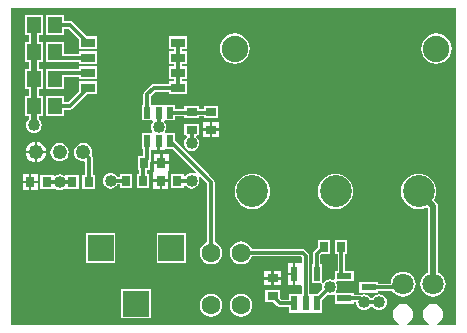
<source format=gtl>
%FSLAX24Y24*%
%MOIN*%
G70*
G01*
G75*
G04 Layer_Physical_Order=1*
G04 Layer_Color=255*
%ADD10R,0.0276X0.0354*%
%ADD11R,0.0512X0.0236*%
%ADD12R,0.0354X0.0276*%
%ADD13R,0.0315X0.0354*%
%ADD14R,0.0217X0.0394*%
%ADD15R,0.0472X0.0551*%
%ADD16R,0.0500X0.0299*%
%ADD17R,0.0217X0.0512*%
%ADD18C,0.0120*%
%ADD19C,0.0140*%
%ADD20C,0.0200*%
%ADD21C,0.0492*%
%ADD22R,0.0866X0.0866*%
%ADD23C,0.0709*%
%ADD24C,0.0630*%
%ADD25C,0.1063*%
%ADD26C,0.0882*%
%ADD27C,0.0400*%
G36*
X14913Y87D02*
X14278D01*
X14268Y136D01*
X14319Y157D01*
X14389Y211D01*
X14443Y281D01*
X14477Y362D01*
X14488Y450D01*
X14477Y538D01*
X14443Y619D01*
X14389Y689D01*
X14319Y743D01*
X14238Y777D01*
X14150Y788D01*
X14062Y777D01*
X13981Y743D01*
X13911Y689D01*
X13857Y619D01*
X13823Y538D01*
X13812Y450D01*
X13823Y362D01*
X13857Y281D01*
X13911Y211D01*
X13981Y157D01*
X14032Y136D01*
X14022Y87D01*
X13278D01*
X13268Y136D01*
X13319Y157D01*
X13389Y211D01*
X13443Y281D01*
X13477Y362D01*
X13488Y450D01*
X13477Y538D01*
X13443Y619D01*
X13389Y689D01*
X13319Y743D01*
X13238Y777D01*
X13150Y788D01*
X13062Y777D01*
X12981Y743D01*
X12911Y689D01*
X12857Y619D01*
X12823Y538D01*
X12812Y450D01*
X12823Y362D01*
X12857Y281D01*
X12911Y211D01*
X12981Y157D01*
X13032Y136D01*
X13022Y87D01*
X87D01*
Y10663D01*
X14913D01*
Y87D01*
D02*
G37*
%LPC*%
G36*
X8128Y5138D02*
X8012Y5127D01*
X7901Y5093D01*
X7798Y5038D01*
X7708Y4964D01*
X7634Y4874D01*
X7579Y4771D01*
X7545Y4660D01*
X7534Y4544D01*
X7545Y4428D01*
X7579Y4316D01*
X7634Y4213D01*
X7708Y4123D01*
X7798Y4050D01*
X7901Y3995D01*
X8012Y3961D01*
X8128Y3949D01*
X8244Y3961D01*
X8356Y3995D01*
X8459Y4050D01*
X8549Y4123D01*
X8623Y4213D01*
X8677Y4316D01*
X8711Y4428D01*
X8723Y4544D01*
X8711Y4660D01*
X8677Y4771D01*
X8623Y4874D01*
X8549Y4964D01*
X8459Y5038D01*
X8356Y5093D01*
X8244Y5127D01*
X8128Y5138D01*
D02*
G37*
G36*
X10900D02*
X10784Y5127D01*
X10673Y5093D01*
X10570Y5038D01*
X10480Y4964D01*
X10406Y4874D01*
X10351Y4771D01*
X10317Y4660D01*
X10306Y4544D01*
X10317Y4428D01*
X10351Y4316D01*
X10406Y4213D01*
X10480Y4123D01*
X10570Y4050D01*
X10673Y3995D01*
X10784Y3961D01*
X10900Y3949D01*
X11016Y3961D01*
X11127Y3995D01*
X11230Y4050D01*
X11320Y4123D01*
X11394Y4213D01*
X11449Y4316D01*
X11483Y4428D01*
X11494Y4544D01*
X11483Y4660D01*
X11449Y4771D01*
X11394Y4874D01*
X11320Y4964D01*
X11230Y5038D01*
X11127Y5093D01*
X11016Y5127D01*
X10900Y5138D01*
D02*
G37*
G36*
X5924Y3143D02*
X4938D01*
Y2157D01*
X5924D01*
Y3143D01*
D02*
G37*
G36*
X9486Y2148D02*
X9318D01*
Y1832D01*
X9486D01*
Y2148D01*
D02*
G37*
G36*
X3562Y3143D02*
X2576D01*
Y2157D01*
X3562D01*
Y3143D01*
D02*
G37*
G36*
X684Y4810D02*
X467D01*
Y4573D01*
X684D01*
Y4810D01*
D02*
G37*
G36*
X5332Y4860D02*
X5114D01*
Y4623D01*
X5332D01*
Y4860D01*
D02*
G37*
G36*
X3400Y5162D02*
X3332Y5153D01*
X3269Y5127D01*
X3215Y5085D01*
X3173Y5031D01*
X3147Y4968D01*
X3138Y4900D01*
X3147Y4832D01*
X3173Y4769D01*
X3215Y4715D01*
X3269Y4673D01*
X3332Y4647D01*
X3400Y4638D01*
X3468Y4647D01*
X3531Y4673D01*
X3585Y4715D01*
X3627Y4769D01*
X3631Y4778D01*
X3707D01*
Y4663D01*
X4103D01*
Y5137D01*
X3707D01*
Y5022D01*
X3631D01*
X3627Y5031D01*
X3585Y5085D01*
X3531Y5127D01*
X3468Y5153D01*
X3400Y5162D01*
D02*
G37*
G36*
X5034Y4860D02*
X4817D01*
Y4623D01*
X5034D01*
Y4860D01*
D02*
G37*
G36*
X982Y4810D02*
X764D01*
Y4573D01*
X982D01*
Y4810D01*
D02*
G37*
G36*
X2487Y6159D02*
X2407Y6148D01*
X2333Y6117D01*
X2269Y6068D01*
X2220Y6004D01*
X2189Y5930D01*
X2179Y5850D01*
X2189Y5770D01*
X2220Y5696D01*
X2269Y5632D01*
X2333Y5583D01*
X2407Y5552D01*
X2487Y5541D01*
X2505Y5544D01*
X2543Y5511D01*
Y5087D01*
X2458D01*
Y4613D01*
X2893D01*
Y5087D01*
X2808D01*
Y5662D01*
X2798Y5713D01*
X2776Y5746D01*
X2786Y5770D01*
X2796Y5850D01*
X2786Y5930D01*
X2755Y6004D01*
X2706Y6068D01*
X2642Y6117D01*
X2567Y6148D01*
X2487Y6159D01*
D02*
G37*
G36*
X13672Y5138D02*
X13556Y5127D01*
X13444Y5093D01*
X13341Y5038D01*
X13251Y4964D01*
X13177Y4874D01*
X13123Y4771D01*
X13089Y4660D01*
X13077Y4544D01*
X13089Y4428D01*
X13123Y4316D01*
X13177Y4213D01*
X13251Y4123D01*
X13341Y4050D01*
X13444Y3995D01*
X13556Y3961D01*
X13672Y3949D01*
X13788Y3961D01*
X13899Y3995D01*
X13944Y4019D01*
X13987Y3993D01*
Y1831D01*
X13941Y1812D01*
X13855Y1745D01*
X13788Y1659D01*
X13746Y1558D01*
X13732Y1450D01*
X13746Y1342D01*
X13788Y1241D01*
X13855Y1155D01*
X13941Y1088D01*
X14042Y1046D01*
X14150Y1032D01*
X14258Y1046D01*
X14359Y1088D01*
X14446Y1155D01*
X14512Y1241D01*
X14554Y1342D01*
X14568Y1450D01*
X14554Y1558D01*
X14512Y1659D01*
X14446Y1745D01*
X14359Y1812D01*
X14313Y1831D01*
Y4065D01*
X14301Y4128D01*
X14265Y4181D01*
X14189Y4257D01*
X14221Y4316D01*
X14255Y4428D01*
X14266Y4544D01*
X14255Y4660D01*
X14221Y4771D01*
X14166Y4874D01*
X14092Y4964D01*
X14002Y5038D01*
X13899Y5093D01*
X13788Y5127D01*
X13672Y5138D01*
D02*
G37*
G36*
X8760Y1605D02*
X8523D01*
Y1407D01*
X8760D01*
Y1605D01*
D02*
G37*
G36*
X7750Y1128D02*
X7652Y1115D01*
X7561Y1078D01*
X7483Y1017D01*
X7422Y939D01*
X7385Y848D01*
X7372Y750D01*
X7385Y652D01*
X7422Y561D01*
X7483Y483D01*
X7561Y422D01*
X7652Y385D01*
X7750Y372D01*
X7848Y385D01*
X7939Y422D01*
X8017Y483D01*
X8078Y561D01*
X8115Y652D01*
X8128Y750D01*
X8115Y848D01*
X8078Y939D01*
X8017Y1017D01*
X7939Y1078D01*
X7848Y1115D01*
X7750Y1128D01*
D02*
G37*
G36*
X4743Y1293D02*
X3757D01*
Y307D01*
X4743D01*
Y1293D01*
D02*
G37*
G36*
X6750Y1128D02*
X6652Y1115D01*
X6561Y1078D01*
X6483Y1017D01*
X6422Y939D01*
X6385Y848D01*
X6372Y750D01*
X6385Y652D01*
X6422Y561D01*
X6483Y483D01*
X6561Y422D01*
X6652Y385D01*
X6750Y372D01*
X6848Y385D01*
X6939Y422D01*
X7017Y483D01*
X7078Y561D01*
X7115Y652D01*
X7128Y750D01*
X7115Y848D01*
X7078Y939D01*
X7017Y1017D01*
X6939Y1078D01*
X6848Y1115D01*
X6750Y1128D01*
D02*
G37*
G36*
X9077Y1605D02*
X8840D01*
Y1407D01*
X9077D01*
Y1605D01*
D02*
G37*
G36*
X8760Y1883D02*
X8523D01*
Y1685D01*
X8760D01*
Y1883D01*
D02*
G37*
G36*
X9077D02*
X8840D01*
Y1685D01*
X9077D01*
Y1883D01*
D02*
G37*
G36*
X11293Y2937D02*
X10897D01*
Y2463D01*
X10973D01*
Y1902D01*
X10871D01*
Y1606D01*
X10829Y1578D01*
X10768Y1603D01*
X10700Y1612D01*
X10632Y1603D01*
X10569Y1577D01*
X10515Y1535D01*
X10490Y1503D01*
X10458Y1514D01*
Y1514D01*
X10442Y1519D01*
Y2108D01*
X10396D01*
Y2419D01*
X10441Y2463D01*
X10703D01*
Y2937D01*
X10307D01*
Y2675D01*
X10187Y2556D01*
X10161Y2516D01*
X10152Y2469D01*
Y2108D01*
X10106D01*
Y1476D01*
X10426D01*
D01*
X10427Y1474D01*
X10427D01*
X10454Y1435D01*
X10447Y1418D01*
X10438Y1350D01*
X10447Y1282D01*
X10450Y1273D01*
X10301Y1124D01*
X10106D01*
D01*
D01*
X10106Y1124D01*
X10068D01*
D01*
X10022Y1124D01*
Y2400D01*
X10013Y2447D01*
X9987Y2487D01*
X9887Y2587D01*
X9847Y2613D01*
X9800Y2622D01*
X8105D01*
X8078Y2689D01*
X8017Y2767D01*
X7939Y2828D01*
X7848Y2865D01*
X7750Y2878D01*
X7652Y2865D01*
X7561Y2828D01*
X7483Y2767D01*
X7422Y2689D01*
X7385Y2598D01*
X7372Y2500D01*
X7385Y2402D01*
X7422Y2311D01*
X7483Y2233D01*
X7561Y2172D01*
X7652Y2135D01*
X7750Y2122D01*
X7848Y2135D01*
X7939Y2172D01*
X8017Y2233D01*
X8078Y2311D01*
X8105Y2378D01*
X9749D01*
X9778Y2349D01*
Y2148D01*
X9734D01*
Y2148D01*
X9566D01*
Y1792D01*
Y1436D01*
X9734D01*
Y1436D01*
X9742D01*
X9778Y1401D01*
Y1124D01*
X9732Y1124D01*
D01*
X9694D01*
Y1124D01*
X9358D01*
Y930D01*
X9098D01*
X9037Y991D01*
Y1253D01*
X8563D01*
Y857D01*
X8825D01*
X8960Y721D01*
X9000Y695D01*
X9047Y686D01*
X9358D01*
Y492D01*
X9694D01*
Y492D01*
X9694D01*
X9694Y492D01*
X9732D01*
Y492D01*
X10068D01*
Y492D01*
X10068D01*
X10068Y492D01*
X10106D01*
Y492D01*
X10442D01*
Y919D01*
X10623Y1100D01*
X10632Y1097D01*
X10700Y1088D01*
X10768Y1097D01*
X10829Y1122D01*
X10871Y1094D01*
Y798D01*
X11503D01*
Y854D01*
X11585D01*
X11588Y850D01*
X11597Y782D01*
X11623Y719D01*
X11665Y665D01*
X11719Y623D01*
X11782Y597D01*
X11850Y588D01*
X11918Y597D01*
X11981Y623D01*
X12035Y665D01*
X12075Y716D01*
X12125D01*
X12165Y665D01*
X12219Y623D01*
X12282Y597D01*
X12350Y588D01*
X12418Y597D01*
X12481Y623D01*
X12535Y665D01*
X12577Y719D01*
X12603Y782D01*
X12612Y850D01*
X12603Y918D01*
X12577Y981D01*
X12535Y1035D01*
X12481Y1077D01*
X12418Y1103D01*
X12350Y1112D01*
X12282Y1103D01*
X12219Y1077D01*
X12165Y1035D01*
X12125Y984D01*
X12075D01*
X12035Y1035D01*
X11981Y1077D01*
X11918Y1103D01*
X11850Y1112D01*
X11782Y1103D01*
X11753Y1091D01*
X11726Y1096D01*
X11686D01*
X11676Y1098D01*
X11503D01*
Y1154D01*
X10934D01*
X10912Y1199D01*
X10927Y1219D01*
X10953Y1282D01*
X10962Y1350D01*
X10953Y1418D01*
X10927Y1481D01*
X10912Y1501D01*
X10934Y1546D01*
X11503D01*
Y1902D01*
X11218D01*
Y2463D01*
X11293D01*
Y2937D01*
D02*
G37*
G36*
X9486Y1752D02*
X9318D01*
Y1436D01*
X9486D01*
Y1752D01*
D02*
G37*
G36*
X13150Y1868D02*
X13042Y1854D01*
X12941Y1812D01*
X12854Y1745D01*
X12788Y1659D01*
X12746Y1558D01*
X12735Y1472D01*
X12329D01*
Y1528D01*
X11697D01*
Y1172D01*
X12329D01*
Y1228D01*
X12798D01*
X12854Y1155D01*
X12941Y1088D01*
X13042Y1046D01*
X13150Y1032D01*
X13258Y1046D01*
X13359Y1088D01*
X13446Y1155D01*
X13512Y1241D01*
X13554Y1342D01*
X13568Y1450D01*
X13554Y1558D01*
X13512Y1659D01*
X13446Y1745D01*
X13359Y1812D01*
X13258Y1854D01*
X13150Y1868D01*
D02*
G37*
G36*
X684Y5127D02*
X467D01*
Y4890D01*
X684D01*
Y5127D01*
D02*
G37*
G36*
X7027Y6843D02*
X6790D01*
Y6645D01*
X7027D01*
Y6843D01*
D02*
G37*
G36*
X2960Y8210D02*
X2340D01*
Y7877D01*
X1995Y7533D01*
X1851D01*
Y7736D01*
X1258D01*
Y7064D01*
X1851D01*
Y7267D01*
X2050D01*
X2101Y7278D01*
X2144Y7306D01*
X2628Y7790D01*
X2960D01*
Y8210D01*
D02*
G37*
G36*
X6710Y6843D02*
X6473D01*
Y6645D01*
X6710D01*
Y6843D01*
D02*
G37*
G36*
X7027Y6565D02*
X6790D01*
Y6367D01*
X7027D01*
Y6565D01*
D02*
G37*
G36*
X1142Y10436D02*
X549D01*
Y9764D01*
X683D01*
Y9536D01*
X549D01*
Y8864D01*
X683D01*
Y8636D01*
X549D01*
Y7964D01*
X683D01*
Y7736D01*
X549D01*
Y7064D01*
X683D01*
Y6948D01*
X660Y6931D01*
X619Y6877D01*
X592Y6814D01*
X583Y6746D01*
X592Y6678D01*
X619Y6615D01*
X660Y6560D01*
X715Y6519D01*
X778Y6492D01*
X846Y6483D01*
X914Y6492D01*
X977Y6519D01*
X1031Y6560D01*
X1073Y6615D01*
X1099Y6678D01*
X1108Y6746D01*
X1099Y6814D01*
X1073Y6877D01*
X1031Y6931D01*
X1009Y6948D01*
Y7064D01*
X1142D01*
Y7736D01*
X1009D01*
Y7964D01*
X1142D01*
Y8636D01*
X1009D01*
Y8864D01*
X1142D01*
Y9536D01*
X1009D01*
Y9764D01*
X1142D01*
Y10436D01*
D02*
G37*
G36*
X5960Y9710D02*
X5340D01*
Y9290D01*
X5517D01*
Y9210D01*
X5340D01*
Y8790D01*
X5517D01*
Y8710D01*
X5340D01*
Y8290D01*
X5517D01*
Y8210D01*
X5340D01*
Y8133D01*
X4850D01*
X4799Y8122D01*
X4756Y8094D01*
X4532Y7870D01*
X4504Y7827D01*
X4493Y7776D01*
Y7429D01*
X4458D01*
Y6916D01*
X4781D01*
X4803Y6871D01*
X4773Y6831D01*
X4747Y6768D01*
X4738Y6700D01*
X4747Y6632D01*
X4773Y6569D01*
X4798Y6537D01*
X4792Y6524D01*
X4792D01*
X4792Y6524D01*
Y6506D01*
X4781Y6484D01*
X4458D01*
Y5971D01*
X4493D01*
Y5737D01*
X4307D01*
Y5263D01*
X4363D01*
Y5137D01*
X4297D01*
Y4663D01*
X4693D01*
Y5137D01*
X4628D01*
Y5263D01*
X4703D01*
Y5510D01*
X4720Y5528D01*
X4748Y5571D01*
X4759Y5621D01*
Y5931D01*
X4792D01*
Y5931D01*
X4960D01*
Y6228D01*
X5040D01*
Y5931D01*
X5208D01*
Y5971D01*
X5443D01*
X6236Y5178D01*
X6208Y5137D01*
X6168Y5153D01*
X6100Y5162D01*
X6032Y5153D01*
X5969Y5127D01*
X5915Y5085D01*
X5890Y5054D01*
X5843Y5070D01*
Y5137D01*
X5408D01*
Y4663D01*
X5843D01*
Y4730D01*
X5890Y4746D01*
X5915Y4715D01*
X5969Y4673D01*
X6032Y4647D01*
X6100Y4638D01*
X6168Y4647D01*
X6231Y4673D01*
X6285Y4715D01*
X6327Y4769D01*
X6353Y4832D01*
X6362Y4900D01*
X6353Y4968D01*
X6337Y5008D01*
X6378Y5036D01*
X6506Y4908D01*
X6549Y4879D01*
X6549Y4879D01*
X6628Y4801D01*
Y2855D01*
X6561Y2828D01*
X6483Y2767D01*
X6422Y2689D01*
X6385Y2598D01*
X6372Y2500D01*
X6385Y2402D01*
X6422Y2311D01*
X6483Y2233D01*
X6561Y2172D01*
X6652Y2135D01*
X6750Y2122D01*
X6848Y2135D01*
X6939Y2172D01*
X7017Y2233D01*
X7078Y2311D01*
X7115Y2402D01*
X7128Y2500D01*
X7115Y2598D01*
X7078Y2689D01*
X7017Y2767D01*
X6939Y2828D01*
X6872Y2855D01*
Y4852D01*
X6863Y4898D01*
X6837Y4938D01*
X6722Y5052D01*
X6722Y5052D01*
X6694Y5095D01*
X5542Y6247D01*
Y6484D01*
X5219D01*
X5208Y6506D01*
Y6524D01*
X5208Y6524D01*
X5208D01*
X5202Y6537D01*
X5227Y6569D01*
X5253Y6632D01*
X5262Y6700D01*
X5253Y6768D01*
X5227Y6831D01*
X5197Y6871D01*
X5219Y6916D01*
X5542D01*
Y7040D01*
X5863D01*
Y6997D01*
X6337D01*
Y7040D01*
X6513D01*
Y6997D01*
X6987D01*
Y7393D01*
X6513D01*
Y7305D01*
X6337D01*
Y7393D01*
X5863D01*
Y7305D01*
X5542D01*
Y7429D01*
X5206D01*
D01*
D01*
X5206Y7429D01*
X5168D01*
Y7429D01*
X4832D01*
D01*
D01*
X4832Y7429D01*
X4794D01*
D01*
X4759Y7429D01*
Y7721D01*
X4905Y7867D01*
X5340D01*
Y7790D01*
X5960D01*
Y8210D01*
X5783D01*
Y8290D01*
X5960D01*
Y8710D01*
X5783D01*
Y8790D01*
X5960D01*
Y9210D01*
X5783D01*
Y9290D01*
X5960D01*
Y9710D01*
D02*
G37*
G36*
X14262Y9809D02*
X14131Y9792D01*
X14010Y9741D01*
X13905Y9661D01*
X13825Y9556D01*
X13774Y9434D01*
X13757Y9304D01*
X13774Y9173D01*
X13825Y9051D01*
X13905Y8946D01*
X14010Y8866D01*
X14131Y8815D01*
X14262Y8798D01*
X14393Y8815D01*
X14515Y8866D01*
X14619Y8946D01*
X14700Y9051D01*
X14750Y9173D01*
X14767Y9304D01*
X14750Y9434D01*
X14700Y9556D01*
X14619Y9661D01*
X14515Y9741D01*
X14393Y9792D01*
X14262Y9809D01*
D02*
G37*
G36*
X1851Y10436D02*
X1258D01*
Y9764D01*
X1851D01*
Y9967D01*
X1995D01*
X2340Y9623D01*
Y9290D01*
X2960D01*
Y9710D01*
X2628D01*
X2144Y10194D01*
X2101Y10222D01*
X2050Y10233D01*
X1851D01*
Y10436D01*
D02*
G37*
G36*
X7538Y9809D02*
X7407Y9792D01*
X7285Y9741D01*
X7181Y9661D01*
X7100Y9556D01*
X7050Y9434D01*
X7033Y9304D01*
X7050Y9173D01*
X7100Y9051D01*
X7181Y8946D01*
X7285Y8866D01*
X7407Y8815D01*
X7538Y8798D01*
X7669Y8815D01*
X7790Y8866D01*
X7895Y8946D01*
X7975Y9051D01*
X8026Y9173D01*
X8043Y9304D01*
X8026Y9434D01*
X7975Y9556D01*
X7895Y9661D01*
X7790Y9741D01*
X7669Y9792D01*
X7538Y9809D01*
D02*
G37*
G36*
X2960Y8710D02*
X2340D01*
Y8633D01*
X1851D01*
Y8636D01*
X1258D01*
Y7964D01*
X1851D01*
Y8367D01*
X2340D01*
Y8290D01*
X2960D01*
Y8710D01*
D02*
G37*
G36*
X1851Y9536D02*
X1258D01*
Y8864D01*
X1851D01*
Y8867D01*
X2340D01*
Y8790D01*
X2960D01*
Y9210D01*
X2340D01*
Y9133D01*
X1851D01*
Y9536D01*
D02*
G37*
G36*
X6710Y6565D02*
X6473D01*
Y6367D01*
X6710D01*
Y6565D01*
D02*
G37*
G36*
X873Y5810D02*
X569D01*
X575Y5760D01*
X610Y5675D01*
X666Y5603D01*
X738Y5548D01*
X822Y5513D01*
X873Y5506D01*
Y5810D01*
D02*
G37*
G36*
X1256D02*
X953D01*
Y5506D01*
X1003Y5513D01*
X1087Y5548D01*
X1159Y5603D01*
X1215Y5675D01*
X1250Y5760D01*
X1256Y5810D01*
D02*
G37*
G36*
X1700Y5112D02*
X1632Y5103D01*
X1569Y5077D01*
X1538Y5053D01*
X1493Y5075D01*
Y5087D01*
X1058D01*
Y4613D01*
X1493D01*
Y4625D01*
X1538Y4647D01*
X1569Y4623D01*
X1632Y4597D01*
X1700Y4588D01*
X1768Y4597D01*
X1831Y4623D01*
X1862Y4647D01*
X1907Y4625D01*
Y4613D01*
X2342D01*
Y5087D01*
X1907D01*
Y5075D01*
X1862Y5053D01*
X1831Y5077D01*
X1768Y5103D01*
X1700Y5112D01*
D02*
G37*
G36*
X982Y5127D02*
X764D01*
Y4890D01*
X982D01*
Y5127D01*
D02*
G37*
G36*
X5333Y5460D02*
X4857D01*
Y5223D01*
X4857D01*
Y5213D01*
X4822Y5177D01*
X4817D01*
Y4940D01*
X5332D01*
Y5177D01*
X5332D01*
Y5222D01*
X5333Y5223D01*
X5333D01*
Y5460D01*
D02*
G37*
G36*
X5055Y5777D02*
X4857D01*
Y5540D01*
X5055D01*
Y5777D01*
D02*
G37*
G36*
X873Y6194D02*
X822Y6187D01*
X738Y6152D01*
X666Y6097D01*
X610Y6025D01*
X575Y5940D01*
X569Y5890D01*
X873D01*
Y6194D01*
D02*
G37*
G36*
X953D02*
Y5890D01*
X1256D01*
X1250Y5940D01*
X1215Y6025D01*
X1159Y6097D01*
X1087Y6152D01*
X1003Y6187D01*
X953Y6194D01*
D02*
G37*
G36*
X6337Y6803D02*
X5863D01*
Y6407D01*
X5930D01*
X5946Y6360D01*
X5915Y6335D01*
X5873Y6281D01*
X5847Y6218D01*
X5838Y6150D01*
X5847Y6082D01*
X5873Y6019D01*
X5915Y5965D01*
X5969Y5923D01*
X6032Y5897D01*
X6100Y5888D01*
X6168Y5897D01*
X6231Y5923D01*
X6285Y5965D01*
X6327Y6019D01*
X6353Y6082D01*
X6362Y6150D01*
X6353Y6218D01*
X6327Y6281D01*
X6285Y6335D01*
X6254Y6360D01*
X6270Y6407D01*
X6337D01*
Y6803D01*
D02*
G37*
G36*
X5333Y5777D02*
X5135D01*
Y5540D01*
X5333D01*
Y5777D01*
D02*
G37*
G36*
X1700Y6159D02*
X1620Y6148D01*
X1546Y6117D01*
X1482Y6068D01*
X1433Y6004D01*
X1402Y5930D01*
X1391Y5850D01*
X1402Y5770D01*
X1433Y5696D01*
X1482Y5632D01*
X1546Y5583D01*
X1620Y5552D01*
X1700Y5541D01*
X1780Y5552D01*
X1854Y5583D01*
X1918Y5632D01*
X1967Y5696D01*
X1998Y5770D01*
X2009Y5850D01*
X1998Y5930D01*
X1967Y6004D01*
X1918Y6068D01*
X1854Y6117D01*
X1780Y6148D01*
X1700Y6159D01*
D02*
G37*
%LPD*%
D10*
X10505Y2700D02*
D03*
X11095D02*
D03*
X5095Y5500D02*
D03*
X4505D02*
D03*
X4495Y4900D02*
D03*
X3905D02*
D03*
D11*
X12013Y1350D02*
D03*
X11187Y976D02*
D03*
Y1724D02*
D03*
D12*
X8800Y1645D02*
D03*
Y1055D02*
D03*
X6750Y7195D02*
D03*
Y6605D02*
D03*
X6100Y6605D02*
D03*
Y7195D02*
D03*
D13*
X5074Y4900D02*
D03*
X5626D02*
D03*
X2676Y4850D02*
D03*
X2124D02*
D03*
X724Y4850D02*
D03*
X1276D02*
D03*
D14*
X5374Y7172D02*
D03*
X5000D02*
D03*
X4626D02*
D03*
Y6228D02*
D03*
X5000D02*
D03*
X5374D02*
D03*
D15*
X1554Y7400D02*
D03*
X846D02*
D03*
X1554Y8300D02*
D03*
X846D02*
D03*
X1554Y9200D02*
D03*
X846D02*
D03*
X1554Y10100D02*
D03*
X846D02*
D03*
D16*
X2650Y8000D02*
D03*
Y8500D02*
D03*
Y9000D02*
D03*
Y9500D02*
D03*
X5650D02*
D03*
Y9000D02*
D03*
Y8500D02*
D03*
Y8000D02*
D03*
D17*
X9526Y1792D02*
D03*
X10274D02*
D03*
Y808D02*
D03*
X9900D02*
D03*
X9526D02*
D03*
D18*
X3400Y4900D02*
X3905D01*
X7750Y2500D02*
X9800D01*
X9900Y2400D01*
Y808D02*
Y2400D01*
X10274Y924D02*
X10700Y1350D01*
X10274Y808D02*
Y924D01*
X6600Y5002D02*
X6750Y4852D01*
Y2500D02*
Y4852D01*
X11187Y976D02*
X11676D01*
X11850Y850D02*
X12350D01*
X11726Y974D02*
X11850Y850D01*
X11676Y974D02*
X11726D01*
X11676D02*
Y976D01*
X13050Y1350D02*
X13150Y1450D01*
X12013Y1350D02*
X13050D01*
X11095Y1815D02*
X11187Y1724D01*
X11095Y1815D02*
Y2700D01*
X10274Y2469D02*
X10505Y2700D01*
X10274Y1792D02*
Y2469D01*
X9047Y808D02*
X9526D01*
X8800Y1055D02*
X9047Y808D01*
D19*
X5374Y6228D02*
X6600Y5002D01*
X1700Y4850D02*
X2124D01*
X1700Y4850D02*
X1700Y4850D01*
X1276Y4850D02*
X1700D01*
X2676Y4850D02*
Y5662D01*
X2487Y5850D02*
X2676Y5662D01*
X5626Y4900D02*
X6100D01*
X4505Y5500D02*
X4626Y5621D01*
X4495Y5491D02*
X4505Y5500D01*
X4626Y5621D02*
Y6228D01*
X4495Y4900D02*
Y5491D01*
X6100Y6150D02*
Y6605D01*
X5374Y7172D02*
X6727D01*
X5000Y6700D02*
Y7172D01*
X5650Y9000D02*
Y9500D01*
Y8500D02*
Y9000D01*
Y8000D02*
Y8500D01*
X4626Y7172D02*
Y7776D01*
X4850Y8000D01*
X5650D01*
X1554Y7400D02*
X2050D01*
X2650Y8000D01*
X1554Y8300D02*
X1754Y8500D01*
X2650D01*
X1554Y9200D02*
X1754Y9000D01*
X2650D01*
X1554Y10100D02*
X2050D01*
X2650Y9500D01*
D20*
X846Y6746D02*
Y7400D01*
Y8300D01*
Y9200D01*
Y10100D01*
X13672Y4544D02*
X14150Y4065D01*
Y1450D02*
Y4065D01*
D21*
X2487Y5850D02*
D03*
X1700D02*
D03*
X913D02*
D03*
D22*
X5431Y2650D02*
D03*
X3069D02*
D03*
X4250Y800D02*
D03*
D23*
X14150Y1450D02*
D03*
X13150D02*
D03*
D24*
X7750Y2500D02*
D03*
X6750D02*
D03*
Y750D02*
D03*
X7750D02*
D03*
D25*
X8128Y4544D02*
D03*
X13672D02*
D03*
X10900D02*
D03*
D26*
X7538Y9304D02*
D03*
X14262D02*
D03*
D27*
X3400Y4900D02*
D03*
X10700Y1350D02*
D03*
X12350Y850D02*
D03*
X11850D02*
D03*
X846Y6746D02*
D03*
X1700Y4850D02*
D03*
X6100Y4900D02*
D03*
Y6150D02*
D03*
X5000Y6700D02*
D03*
M02*

</source>
